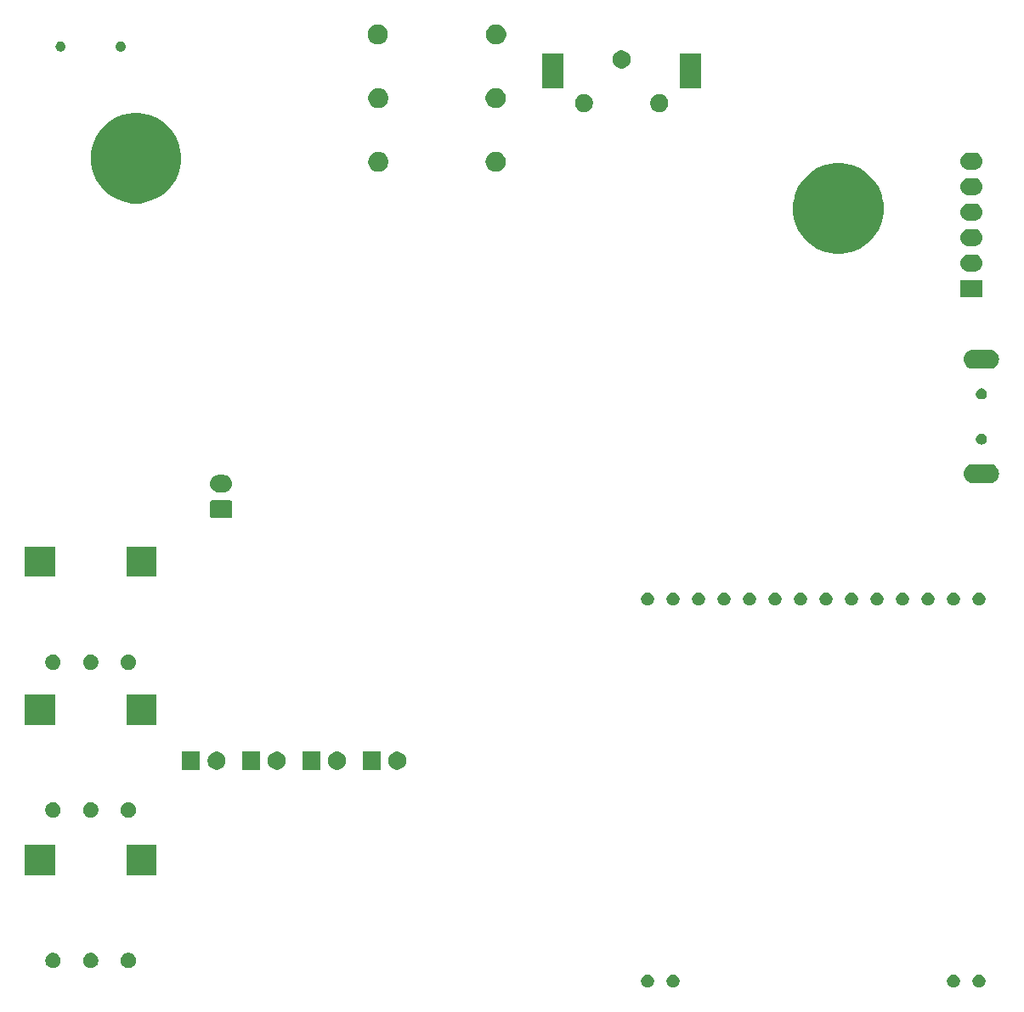
<source format=gbr>
G04 #@! TF.GenerationSoftware,KiCad,Pcbnew,(5.0.2)-1*
G04 #@! TF.CreationDate,2019-02-15T17:13:36+01:00*
G04 #@! TF.ProjectId,Lab1,4c616231-2e6b-4696-9361-645f70636258,rev?*
G04 #@! TF.SameCoordinates,Original*
G04 #@! TF.FileFunction,Soldermask,Bot*
G04 #@! TF.FilePolarity,Negative*
%FSLAX46Y46*%
G04 Gerber Fmt 4.6, Leading zero omitted, Abs format (unit mm)*
G04 Created by KiCad (PCBNEW (5.0.2)-1) date 2019-02-15 17:13:36*
%MOMM*%
%LPD*%
G01*
G04 APERTURE LIST*
%ADD10C,0.100000*%
G04 APERTURE END LIST*
D10*
G36*
X164676681Y-153434594D02*
X164793155Y-153482839D01*
X164897977Y-153552879D01*
X164987121Y-153642023D01*
X165057161Y-153746845D01*
X165105406Y-153863319D01*
X165130000Y-153986964D01*
X165130000Y-154113036D01*
X165105406Y-154236681D01*
X165057161Y-154353155D01*
X164987121Y-154457977D01*
X164897977Y-154547121D01*
X164793155Y-154617161D01*
X164676681Y-154665406D01*
X164553036Y-154690000D01*
X164426964Y-154690000D01*
X164303319Y-154665406D01*
X164186845Y-154617161D01*
X164082023Y-154547121D01*
X163992879Y-154457977D01*
X163922839Y-154353155D01*
X163874594Y-154236681D01*
X163850000Y-154113036D01*
X163850000Y-153986964D01*
X163874594Y-153863319D01*
X163922839Y-153746845D01*
X163992879Y-153642023D01*
X164082023Y-153552879D01*
X164186845Y-153482839D01*
X164303319Y-153434594D01*
X164426964Y-153410000D01*
X164553036Y-153410000D01*
X164676681Y-153434594D01*
X164676681Y-153434594D01*
G37*
G36*
X167216681Y-153434594D02*
X167333155Y-153482839D01*
X167437977Y-153552879D01*
X167527121Y-153642023D01*
X167597161Y-153746845D01*
X167645406Y-153863319D01*
X167670000Y-153986964D01*
X167670000Y-154113036D01*
X167645406Y-154236681D01*
X167597161Y-154353155D01*
X167527121Y-154457977D01*
X167437977Y-154547121D01*
X167333155Y-154617161D01*
X167216681Y-154665406D01*
X167093036Y-154690000D01*
X166966964Y-154690000D01*
X166843319Y-154665406D01*
X166726845Y-154617161D01*
X166622023Y-154547121D01*
X166532879Y-154457977D01*
X166462839Y-154353155D01*
X166414594Y-154236681D01*
X166390000Y-154113036D01*
X166390000Y-153986964D01*
X166414594Y-153863319D01*
X166462839Y-153746845D01*
X166532879Y-153642023D01*
X166622023Y-153552879D01*
X166726845Y-153482839D01*
X166843319Y-153434594D01*
X166966964Y-153410000D01*
X167093036Y-153410000D01*
X167216681Y-153434594D01*
X167216681Y-153434594D01*
G37*
G36*
X197696681Y-153434594D02*
X197813155Y-153482839D01*
X197917977Y-153552879D01*
X198007121Y-153642023D01*
X198077161Y-153746845D01*
X198125406Y-153863319D01*
X198150000Y-153986964D01*
X198150000Y-154113036D01*
X198125406Y-154236681D01*
X198077161Y-154353155D01*
X198007121Y-154457977D01*
X197917977Y-154547121D01*
X197813155Y-154617161D01*
X197696681Y-154665406D01*
X197573036Y-154690000D01*
X197446964Y-154690000D01*
X197323319Y-154665406D01*
X197206845Y-154617161D01*
X197102023Y-154547121D01*
X197012879Y-154457977D01*
X196942839Y-154353155D01*
X196894594Y-154236681D01*
X196870000Y-154113036D01*
X196870000Y-153986964D01*
X196894594Y-153863319D01*
X196942839Y-153746845D01*
X197012879Y-153642023D01*
X197102023Y-153552879D01*
X197206845Y-153482839D01*
X197323319Y-153434594D01*
X197446964Y-153410000D01*
X197573036Y-153410000D01*
X197696681Y-153434594D01*
X197696681Y-153434594D01*
G37*
G36*
X195156681Y-153434594D02*
X195273155Y-153482839D01*
X195377977Y-153552879D01*
X195467121Y-153642023D01*
X195537161Y-153746845D01*
X195585406Y-153863319D01*
X195610000Y-153986964D01*
X195610000Y-154113036D01*
X195585406Y-154236681D01*
X195537161Y-154353155D01*
X195467121Y-154457977D01*
X195377977Y-154547121D01*
X195273155Y-154617161D01*
X195156681Y-154665406D01*
X195033036Y-154690000D01*
X194906964Y-154690000D01*
X194783319Y-154665406D01*
X194666845Y-154617161D01*
X194562023Y-154547121D01*
X194472879Y-154457977D01*
X194402839Y-154353155D01*
X194354594Y-154236681D01*
X194330000Y-154113036D01*
X194330000Y-153986964D01*
X194354594Y-153863319D01*
X194402839Y-153746845D01*
X194472879Y-153642023D01*
X194562023Y-153552879D01*
X194666845Y-153482839D01*
X194783319Y-153434594D01*
X194906964Y-153410000D01*
X195033036Y-153410000D01*
X195156681Y-153434594D01*
X195156681Y-153434594D01*
G37*
G36*
X109173195Y-151257522D02*
X109222267Y-151267283D01*
X109360942Y-151324724D01*
X109485750Y-151408118D01*
X109591882Y-151514250D01*
X109675276Y-151639058D01*
X109732717Y-151777734D01*
X109762000Y-151924948D01*
X109762000Y-152075052D01*
X109732717Y-152222266D01*
X109675276Y-152360942D01*
X109591882Y-152485750D01*
X109485750Y-152591882D01*
X109485747Y-152591884D01*
X109360942Y-152675276D01*
X109222267Y-152732717D01*
X109173195Y-152742478D01*
X109075052Y-152762000D01*
X108924948Y-152762000D01*
X108826805Y-152742478D01*
X108777733Y-152732717D01*
X108639058Y-152675276D01*
X108514253Y-152591884D01*
X108514250Y-152591882D01*
X108408118Y-152485750D01*
X108324724Y-152360942D01*
X108267283Y-152222266D01*
X108238000Y-152075052D01*
X108238000Y-151924948D01*
X108267283Y-151777734D01*
X108324724Y-151639058D01*
X108408118Y-151514250D01*
X108514250Y-151408118D01*
X108639058Y-151324724D01*
X108777733Y-151267283D01*
X108826805Y-151257522D01*
X108924948Y-151238000D01*
X109075052Y-151238000D01*
X109173195Y-151257522D01*
X109173195Y-151257522D01*
G37*
G36*
X112923195Y-151257522D02*
X112972267Y-151267283D01*
X113110942Y-151324724D01*
X113235750Y-151408118D01*
X113341882Y-151514250D01*
X113425276Y-151639058D01*
X113482717Y-151777734D01*
X113512000Y-151924948D01*
X113512000Y-152075052D01*
X113482717Y-152222266D01*
X113425276Y-152360942D01*
X113341882Y-152485750D01*
X113235750Y-152591882D01*
X113235747Y-152591884D01*
X113110942Y-152675276D01*
X112972267Y-152732717D01*
X112923195Y-152742478D01*
X112825052Y-152762000D01*
X112674948Y-152762000D01*
X112576805Y-152742478D01*
X112527733Y-152732717D01*
X112389058Y-152675276D01*
X112264253Y-152591884D01*
X112264250Y-152591882D01*
X112158118Y-152485750D01*
X112074724Y-152360942D01*
X112017283Y-152222266D01*
X111988000Y-152075052D01*
X111988000Y-151924948D01*
X112017283Y-151777734D01*
X112074724Y-151639058D01*
X112158118Y-151514250D01*
X112264250Y-151408118D01*
X112389058Y-151324724D01*
X112527733Y-151267283D01*
X112576805Y-151257522D01*
X112674948Y-151238000D01*
X112825052Y-151238000D01*
X112923195Y-151257522D01*
X112923195Y-151257522D01*
G37*
G36*
X105423195Y-151257522D02*
X105472267Y-151267283D01*
X105610942Y-151324724D01*
X105735750Y-151408118D01*
X105841882Y-151514250D01*
X105925276Y-151639058D01*
X105982717Y-151777734D01*
X106012000Y-151924948D01*
X106012000Y-152075052D01*
X105982717Y-152222266D01*
X105925276Y-152360942D01*
X105841882Y-152485750D01*
X105735750Y-152591882D01*
X105735747Y-152591884D01*
X105610942Y-152675276D01*
X105472267Y-152732717D01*
X105423195Y-152742478D01*
X105325052Y-152762000D01*
X105174948Y-152762000D01*
X105076805Y-152742478D01*
X105027733Y-152732717D01*
X104889058Y-152675276D01*
X104764253Y-152591884D01*
X104764250Y-152591882D01*
X104658118Y-152485750D01*
X104574724Y-152360942D01*
X104517283Y-152222266D01*
X104488000Y-152075052D01*
X104488000Y-151924948D01*
X104517283Y-151777734D01*
X104574724Y-151639058D01*
X104658118Y-151514250D01*
X104764250Y-151408118D01*
X104889058Y-151324724D01*
X105027733Y-151267283D01*
X105076805Y-151257522D01*
X105174948Y-151238000D01*
X105325052Y-151238000D01*
X105423195Y-151257522D01*
X105423195Y-151257522D01*
G37*
G36*
X115550000Y-143500000D02*
X112550000Y-143500000D01*
X112550000Y-140500000D01*
X115550000Y-140500000D01*
X115550000Y-143500000D01*
X115550000Y-143500000D01*
G37*
G36*
X105450000Y-143500000D02*
X102450000Y-143500000D01*
X102450000Y-140500000D01*
X105450000Y-140500000D01*
X105450000Y-143500000D01*
X105450000Y-143500000D01*
G37*
G36*
X112923195Y-136257522D02*
X112972267Y-136267283D01*
X113110942Y-136324724D01*
X113235750Y-136408118D01*
X113341882Y-136514250D01*
X113425276Y-136639058D01*
X113482717Y-136777734D01*
X113512000Y-136924948D01*
X113512000Y-137075052D01*
X113482717Y-137222266D01*
X113425276Y-137360942D01*
X113341882Y-137485750D01*
X113235750Y-137591882D01*
X113235747Y-137591884D01*
X113110942Y-137675276D01*
X112972267Y-137732717D01*
X112923195Y-137742478D01*
X112825052Y-137762000D01*
X112674948Y-137762000D01*
X112576805Y-137742478D01*
X112527733Y-137732717D01*
X112389058Y-137675276D01*
X112264253Y-137591884D01*
X112264250Y-137591882D01*
X112158118Y-137485750D01*
X112074724Y-137360942D01*
X112017283Y-137222266D01*
X111988000Y-137075052D01*
X111988000Y-136924948D01*
X112017283Y-136777734D01*
X112074724Y-136639058D01*
X112158118Y-136514250D01*
X112264250Y-136408118D01*
X112389058Y-136324724D01*
X112527733Y-136267283D01*
X112576805Y-136257522D01*
X112674948Y-136238000D01*
X112825052Y-136238000D01*
X112923195Y-136257522D01*
X112923195Y-136257522D01*
G37*
G36*
X109173195Y-136257522D02*
X109222267Y-136267283D01*
X109360942Y-136324724D01*
X109485750Y-136408118D01*
X109591882Y-136514250D01*
X109675276Y-136639058D01*
X109732717Y-136777734D01*
X109762000Y-136924948D01*
X109762000Y-137075052D01*
X109732717Y-137222266D01*
X109675276Y-137360942D01*
X109591882Y-137485750D01*
X109485750Y-137591882D01*
X109485747Y-137591884D01*
X109360942Y-137675276D01*
X109222267Y-137732717D01*
X109173195Y-137742478D01*
X109075052Y-137762000D01*
X108924948Y-137762000D01*
X108826805Y-137742478D01*
X108777733Y-137732717D01*
X108639058Y-137675276D01*
X108514253Y-137591884D01*
X108514250Y-137591882D01*
X108408118Y-137485750D01*
X108324724Y-137360942D01*
X108267283Y-137222266D01*
X108238000Y-137075052D01*
X108238000Y-136924948D01*
X108267283Y-136777734D01*
X108324724Y-136639058D01*
X108408118Y-136514250D01*
X108514250Y-136408118D01*
X108639058Y-136324724D01*
X108777733Y-136267283D01*
X108826805Y-136257522D01*
X108924948Y-136238000D01*
X109075052Y-136238000D01*
X109173195Y-136257522D01*
X109173195Y-136257522D01*
G37*
G36*
X105423195Y-136257522D02*
X105472267Y-136267283D01*
X105610942Y-136324724D01*
X105735750Y-136408118D01*
X105841882Y-136514250D01*
X105925276Y-136639058D01*
X105982717Y-136777734D01*
X106012000Y-136924948D01*
X106012000Y-137075052D01*
X105982717Y-137222266D01*
X105925276Y-137360942D01*
X105841882Y-137485750D01*
X105735750Y-137591882D01*
X105735747Y-137591884D01*
X105610942Y-137675276D01*
X105472267Y-137732717D01*
X105423195Y-137742478D01*
X105325052Y-137762000D01*
X105174948Y-137762000D01*
X105076805Y-137742478D01*
X105027733Y-137732717D01*
X104889058Y-137675276D01*
X104764253Y-137591884D01*
X104764250Y-137591882D01*
X104658118Y-137485750D01*
X104574724Y-137360942D01*
X104517283Y-137222266D01*
X104488000Y-137075052D01*
X104488000Y-136924948D01*
X104517283Y-136777734D01*
X104574724Y-136639058D01*
X104658118Y-136514250D01*
X104764250Y-136408118D01*
X104889058Y-136324724D01*
X105027733Y-136267283D01*
X105076805Y-136257522D01*
X105174948Y-136238000D01*
X105325052Y-136238000D01*
X105423195Y-136257522D01*
X105423195Y-136257522D01*
G37*
G36*
X127802521Y-131214586D02*
X127966309Y-131282429D01*
X128113720Y-131380926D01*
X128239074Y-131506280D01*
X128337571Y-131653691D01*
X128405414Y-131817479D01*
X128440000Y-131991356D01*
X128440000Y-132168644D01*
X128405414Y-132342521D01*
X128337571Y-132506309D01*
X128239074Y-132653720D01*
X128113720Y-132779074D01*
X127966309Y-132877571D01*
X127802521Y-132945414D01*
X127628644Y-132980000D01*
X127451356Y-132980000D01*
X127277479Y-132945414D01*
X127113691Y-132877571D01*
X126966280Y-132779074D01*
X126840926Y-132653720D01*
X126742429Y-132506309D01*
X126674586Y-132342521D01*
X126640000Y-132168644D01*
X126640000Y-131991356D01*
X126674586Y-131817479D01*
X126742429Y-131653691D01*
X126840926Y-131506280D01*
X126966280Y-131380926D01*
X127113691Y-131282429D01*
X127277479Y-131214586D01*
X127451356Y-131180000D01*
X127628644Y-131180000D01*
X127802521Y-131214586D01*
X127802521Y-131214586D01*
G37*
G36*
X121802521Y-131214586D02*
X121966309Y-131282429D01*
X122113720Y-131380926D01*
X122239074Y-131506280D01*
X122337571Y-131653691D01*
X122405414Y-131817479D01*
X122440000Y-131991356D01*
X122440000Y-132168644D01*
X122405414Y-132342521D01*
X122337571Y-132506309D01*
X122239074Y-132653720D01*
X122113720Y-132779074D01*
X121966309Y-132877571D01*
X121802521Y-132945414D01*
X121628644Y-132980000D01*
X121451356Y-132980000D01*
X121277479Y-132945414D01*
X121113691Y-132877571D01*
X120966280Y-132779074D01*
X120840926Y-132653720D01*
X120742429Y-132506309D01*
X120674586Y-132342521D01*
X120640000Y-132168644D01*
X120640000Y-131991356D01*
X120674586Y-131817479D01*
X120742429Y-131653691D01*
X120840926Y-131506280D01*
X120966280Y-131380926D01*
X121113691Y-131282429D01*
X121277479Y-131214586D01*
X121451356Y-131180000D01*
X121628644Y-131180000D01*
X121802521Y-131214586D01*
X121802521Y-131214586D01*
G37*
G36*
X119900000Y-132980000D02*
X118100000Y-132980000D01*
X118100000Y-131180000D01*
X119900000Y-131180000D01*
X119900000Y-132980000D01*
X119900000Y-132980000D01*
G37*
G36*
X125900000Y-132980000D02*
X124100000Y-132980000D01*
X124100000Y-131180000D01*
X125900000Y-131180000D01*
X125900000Y-132980000D01*
X125900000Y-132980000D01*
G37*
G36*
X133802521Y-131214586D02*
X133966309Y-131282429D01*
X134113720Y-131380926D01*
X134239074Y-131506280D01*
X134337571Y-131653691D01*
X134405414Y-131817479D01*
X134440000Y-131991356D01*
X134440000Y-132168644D01*
X134405414Y-132342521D01*
X134337571Y-132506309D01*
X134239074Y-132653720D01*
X134113720Y-132779074D01*
X133966309Y-132877571D01*
X133802521Y-132945414D01*
X133628644Y-132980000D01*
X133451356Y-132980000D01*
X133277479Y-132945414D01*
X133113691Y-132877571D01*
X132966280Y-132779074D01*
X132840926Y-132653720D01*
X132742429Y-132506309D01*
X132674586Y-132342521D01*
X132640000Y-132168644D01*
X132640000Y-131991356D01*
X132674586Y-131817479D01*
X132742429Y-131653691D01*
X132840926Y-131506280D01*
X132966280Y-131380926D01*
X133113691Y-131282429D01*
X133277479Y-131214586D01*
X133451356Y-131180000D01*
X133628644Y-131180000D01*
X133802521Y-131214586D01*
X133802521Y-131214586D01*
G37*
G36*
X139802521Y-131214586D02*
X139966309Y-131282429D01*
X140113720Y-131380926D01*
X140239074Y-131506280D01*
X140337571Y-131653691D01*
X140405414Y-131817479D01*
X140440000Y-131991356D01*
X140440000Y-132168644D01*
X140405414Y-132342521D01*
X140337571Y-132506309D01*
X140239074Y-132653720D01*
X140113720Y-132779074D01*
X139966309Y-132877571D01*
X139802521Y-132945414D01*
X139628644Y-132980000D01*
X139451356Y-132980000D01*
X139277479Y-132945414D01*
X139113691Y-132877571D01*
X138966280Y-132779074D01*
X138840926Y-132653720D01*
X138742429Y-132506309D01*
X138674586Y-132342521D01*
X138640000Y-132168644D01*
X138640000Y-131991356D01*
X138674586Y-131817479D01*
X138742429Y-131653691D01*
X138840926Y-131506280D01*
X138966280Y-131380926D01*
X139113691Y-131282429D01*
X139277479Y-131214586D01*
X139451356Y-131180000D01*
X139628644Y-131180000D01*
X139802521Y-131214586D01*
X139802521Y-131214586D01*
G37*
G36*
X137900000Y-132980000D02*
X136100000Y-132980000D01*
X136100000Y-131180000D01*
X137900000Y-131180000D01*
X137900000Y-132980000D01*
X137900000Y-132980000D01*
G37*
G36*
X131900000Y-132980000D02*
X130100000Y-132980000D01*
X130100000Y-131180000D01*
X131900000Y-131180000D01*
X131900000Y-132980000D01*
X131900000Y-132980000D01*
G37*
G36*
X105450000Y-128500000D02*
X102450000Y-128500000D01*
X102450000Y-125500000D01*
X105450000Y-125500000D01*
X105450000Y-128500000D01*
X105450000Y-128500000D01*
G37*
G36*
X115550000Y-128500000D02*
X112550000Y-128500000D01*
X112550000Y-125500000D01*
X115550000Y-125500000D01*
X115550000Y-128500000D01*
X115550000Y-128500000D01*
G37*
G36*
X112923195Y-121507522D02*
X112972267Y-121517283D01*
X113110942Y-121574724D01*
X113235750Y-121658118D01*
X113341882Y-121764250D01*
X113425276Y-121889058D01*
X113482717Y-122027734D01*
X113512000Y-122174948D01*
X113512000Y-122325052D01*
X113482717Y-122472266D01*
X113425276Y-122610942D01*
X113341882Y-122735750D01*
X113235750Y-122841882D01*
X113235747Y-122841884D01*
X113110942Y-122925276D01*
X112972267Y-122982717D01*
X112923195Y-122992478D01*
X112825052Y-123012000D01*
X112674948Y-123012000D01*
X112576805Y-122992478D01*
X112527733Y-122982717D01*
X112389058Y-122925276D01*
X112264253Y-122841884D01*
X112264250Y-122841882D01*
X112158118Y-122735750D01*
X112074724Y-122610942D01*
X112017283Y-122472266D01*
X111988000Y-122325052D01*
X111988000Y-122174948D01*
X112017283Y-122027734D01*
X112074724Y-121889058D01*
X112158118Y-121764250D01*
X112264250Y-121658118D01*
X112389058Y-121574724D01*
X112527733Y-121517283D01*
X112576805Y-121507522D01*
X112674948Y-121488000D01*
X112825052Y-121488000D01*
X112923195Y-121507522D01*
X112923195Y-121507522D01*
G37*
G36*
X109173195Y-121507522D02*
X109222267Y-121517283D01*
X109360942Y-121574724D01*
X109485750Y-121658118D01*
X109591882Y-121764250D01*
X109675276Y-121889058D01*
X109732717Y-122027734D01*
X109762000Y-122174948D01*
X109762000Y-122325052D01*
X109732717Y-122472266D01*
X109675276Y-122610942D01*
X109591882Y-122735750D01*
X109485750Y-122841882D01*
X109485747Y-122841884D01*
X109360942Y-122925276D01*
X109222267Y-122982717D01*
X109173195Y-122992478D01*
X109075052Y-123012000D01*
X108924948Y-123012000D01*
X108826805Y-122992478D01*
X108777733Y-122982717D01*
X108639058Y-122925276D01*
X108514253Y-122841884D01*
X108514250Y-122841882D01*
X108408118Y-122735750D01*
X108324724Y-122610942D01*
X108267283Y-122472266D01*
X108238000Y-122325052D01*
X108238000Y-122174948D01*
X108267283Y-122027734D01*
X108324724Y-121889058D01*
X108408118Y-121764250D01*
X108514250Y-121658118D01*
X108639058Y-121574724D01*
X108777733Y-121517283D01*
X108826805Y-121507522D01*
X108924948Y-121488000D01*
X109075052Y-121488000D01*
X109173195Y-121507522D01*
X109173195Y-121507522D01*
G37*
G36*
X105423195Y-121507522D02*
X105472267Y-121517283D01*
X105610942Y-121574724D01*
X105735750Y-121658118D01*
X105841882Y-121764250D01*
X105925276Y-121889058D01*
X105982717Y-122027734D01*
X106012000Y-122174948D01*
X106012000Y-122325052D01*
X105982717Y-122472266D01*
X105925276Y-122610942D01*
X105841882Y-122735750D01*
X105735750Y-122841882D01*
X105735747Y-122841884D01*
X105610942Y-122925276D01*
X105472267Y-122982717D01*
X105423195Y-122992478D01*
X105325052Y-123012000D01*
X105174948Y-123012000D01*
X105076805Y-122992478D01*
X105027733Y-122982717D01*
X104889058Y-122925276D01*
X104764253Y-122841884D01*
X104764250Y-122841882D01*
X104658118Y-122735750D01*
X104574724Y-122610942D01*
X104517283Y-122472266D01*
X104488000Y-122325052D01*
X104488000Y-122174948D01*
X104517283Y-122027734D01*
X104574724Y-121889058D01*
X104658118Y-121764250D01*
X104764250Y-121658118D01*
X104889058Y-121574724D01*
X105027733Y-121517283D01*
X105076805Y-121507522D01*
X105174948Y-121488000D01*
X105325052Y-121488000D01*
X105423195Y-121507522D01*
X105423195Y-121507522D01*
G37*
G36*
X172296681Y-115334594D02*
X172413155Y-115382839D01*
X172517977Y-115452879D01*
X172607121Y-115542023D01*
X172677161Y-115646845D01*
X172725406Y-115763319D01*
X172750000Y-115886964D01*
X172750000Y-116013036D01*
X172725406Y-116136681D01*
X172677161Y-116253155D01*
X172607121Y-116357977D01*
X172517977Y-116447121D01*
X172413155Y-116517161D01*
X172296681Y-116565406D01*
X172173036Y-116590000D01*
X172046964Y-116590000D01*
X171923319Y-116565406D01*
X171806845Y-116517161D01*
X171702023Y-116447121D01*
X171612879Y-116357977D01*
X171542839Y-116253155D01*
X171494594Y-116136681D01*
X171470000Y-116013036D01*
X171470000Y-115886964D01*
X171494594Y-115763319D01*
X171542839Y-115646845D01*
X171612879Y-115542023D01*
X171702023Y-115452879D01*
X171806845Y-115382839D01*
X171923319Y-115334594D01*
X172046964Y-115310000D01*
X172173036Y-115310000D01*
X172296681Y-115334594D01*
X172296681Y-115334594D01*
G37*
G36*
X182456681Y-115334594D02*
X182573155Y-115382839D01*
X182677977Y-115452879D01*
X182767121Y-115542023D01*
X182837161Y-115646845D01*
X182885406Y-115763319D01*
X182910000Y-115886964D01*
X182910000Y-116013036D01*
X182885406Y-116136681D01*
X182837161Y-116253155D01*
X182767121Y-116357977D01*
X182677977Y-116447121D01*
X182573155Y-116517161D01*
X182456681Y-116565406D01*
X182333036Y-116590000D01*
X182206964Y-116590000D01*
X182083319Y-116565406D01*
X181966845Y-116517161D01*
X181862023Y-116447121D01*
X181772879Y-116357977D01*
X181702839Y-116253155D01*
X181654594Y-116136681D01*
X181630000Y-116013036D01*
X181630000Y-115886964D01*
X181654594Y-115763319D01*
X181702839Y-115646845D01*
X181772879Y-115542023D01*
X181862023Y-115452879D01*
X181966845Y-115382839D01*
X182083319Y-115334594D01*
X182206964Y-115310000D01*
X182333036Y-115310000D01*
X182456681Y-115334594D01*
X182456681Y-115334594D01*
G37*
G36*
X164676681Y-115334594D02*
X164793155Y-115382839D01*
X164897977Y-115452879D01*
X164987121Y-115542023D01*
X165057161Y-115646845D01*
X165105406Y-115763319D01*
X165130000Y-115886964D01*
X165130000Y-116013036D01*
X165105406Y-116136681D01*
X165057161Y-116253155D01*
X164987121Y-116357977D01*
X164897977Y-116447121D01*
X164793155Y-116517161D01*
X164676681Y-116565406D01*
X164553036Y-116590000D01*
X164426964Y-116590000D01*
X164303319Y-116565406D01*
X164186845Y-116517161D01*
X164082023Y-116447121D01*
X163992879Y-116357977D01*
X163922839Y-116253155D01*
X163874594Y-116136681D01*
X163850000Y-116013036D01*
X163850000Y-115886964D01*
X163874594Y-115763319D01*
X163922839Y-115646845D01*
X163992879Y-115542023D01*
X164082023Y-115452879D01*
X164186845Y-115382839D01*
X164303319Y-115334594D01*
X164426964Y-115310000D01*
X164553036Y-115310000D01*
X164676681Y-115334594D01*
X164676681Y-115334594D01*
G37*
G36*
X167216681Y-115334594D02*
X167333155Y-115382839D01*
X167437977Y-115452879D01*
X167527121Y-115542023D01*
X167597161Y-115646845D01*
X167645406Y-115763319D01*
X167670000Y-115886964D01*
X167670000Y-116013036D01*
X167645406Y-116136681D01*
X167597161Y-116253155D01*
X167527121Y-116357977D01*
X167437977Y-116447121D01*
X167333155Y-116517161D01*
X167216681Y-116565406D01*
X167093036Y-116590000D01*
X166966964Y-116590000D01*
X166843319Y-116565406D01*
X166726845Y-116517161D01*
X166622023Y-116447121D01*
X166532879Y-116357977D01*
X166462839Y-116253155D01*
X166414594Y-116136681D01*
X166390000Y-116013036D01*
X166390000Y-115886964D01*
X166414594Y-115763319D01*
X166462839Y-115646845D01*
X166532879Y-115542023D01*
X166622023Y-115452879D01*
X166726845Y-115382839D01*
X166843319Y-115334594D01*
X166966964Y-115310000D01*
X167093036Y-115310000D01*
X167216681Y-115334594D01*
X167216681Y-115334594D01*
G37*
G36*
X169756681Y-115334594D02*
X169873155Y-115382839D01*
X169977977Y-115452879D01*
X170067121Y-115542023D01*
X170137161Y-115646845D01*
X170185406Y-115763319D01*
X170210000Y-115886964D01*
X170210000Y-116013036D01*
X170185406Y-116136681D01*
X170137161Y-116253155D01*
X170067121Y-116357977D01*
X169977977Y-116447121D01*
X169873155Y-116517161D01*
X169756681Y-116565406D01*
X169633036Y-116590000D01*
X169506964Y-116590000D01*
X169383319Y-116565406D01*
X169266845Y-116517161D01*
X169162023Y-116447121D01*
X169072879Y-116357977D01*
X169002839Y-116253155D01*
X168954594Y-116136681D01*
X168930000Y-116013036D01*
X168930000Y-115886964D01*
X168954594Y-115763319D01*
X169002839Y-115646845D01*
X169072879Y-115542023D01*
X169162023Y-115452879D01*
X169266845Y-115382839D01*
X169383319Y-115334594D01*
X169506964Y-115310000D01*
X169633036Y-115310000D01*
X169756681Y-115334594D01*
X169756681Y-115334594D01*
G37*
G36*
X174836681Y-115334594D02*
X174953155Y-115382839D01*
X175057977Y-115452879D01*
X175147121Y-115542023D01*
X175217161Y-115646845D01*
X175265406Y-115763319D01*
X175290000Y-115886964D01*
X175290000Y-116013036D01*
X175265406Y-116136681D01*
X175217161Y-116253155D01*
X175147121Y-116357977D01*
X175057977Y-116447121D01*
X174953155Y-116517161D01*
X174836681Y-116565406D01*
X174713036Y-116590000D01*
X174586964Y-116590000D01*
X174463319Y-116565406D01*
X174346845Y-116517161D01*
X174242023Y-116447121D01*
X174152879Y-116357977D01*
X174082839Y-116253155D01*
X174034594Y-116136681D01*
X174010000Y-116013036D01*
X174010000Y-115886964D01*
X174034594Y-115763319D01*
X174082839Y-115646845D01*
X174152879Y-115542023D01*
X174242023Y-115452879D01*
X174346845Y-115382839D01*
X174463319Y-115334594D01*
X174586964Y-115310000D01*
X174713036Y-115310000D01*
X174836681Y-115334594D01*
X174836681Y-115334594D01*
G37*
G36*
X177376681Y-115334594D02*
X177493155Y-115382839D01*
X177597977Y-115452879D01*
X177687121Y-115542023D01*
X177757161Y-115646845D01*
X177805406Y-115763319D01*
X177830000Y-115886964D01*
X177830000Y-116013036D01*
X177805406Y-116136681D01*
X177757161Y-116253155D01*
X177687121Y-116357977D01*
X177597977Y-116447121D01*
X177493155Y-116517161D01*
X177376681Y-116565406D01*
X177253036Y-116590000D01*
X177126964Y-116590000D01*
X177003319Y-116565406D01*
X176886845Y-116517161D01*
X176782023Y-116447121D01*
X176692879Y-116357977D01*
X176622839Y-116253155D01*
X176574594Y-116136681D01*
X176550000Y-116013036D01*
X176550000Y-115886964D01*
X176574594Y-115763319D01*
X176622839Y-115646845D01*
X176692879Y-115542023D01*
X176782023Y-115452879D01*
X176886845Y-115382839D01*
X177003319Y-115334594D01*
X177126964Y-115310000D01*
X177253036Y-115310000D01*
X177376681Y-115334594D01*
X177376681Y-115334594D01*
G37*
G36*
X187536681Y-115334594D02*
X187653155Y-115382839D01*
X187757977Y-115452879D01*
X187847121Y-115542023D01*
X187917161Y-115646845D01*
X187965406Y-115763319D01*
X187990000Y-115886964D01*
X187990000Y-116013036D01*
X187965406Y-116136681D01*
X187917161Y-116253155D01*
X187847121Y-116357977D01*
X187757977Y-116447121D01*
X187653155Y-116517161D01*
X187536681Y-116565406D01*
X187413036Y-116590000D01*
X187286964Y-116590000D01*
X187163319Y-116565406D01*
X187046845Y-116517161D01*
X186942023Y-116447121D01*
X186852879Y-116357977D01*
X186782839Y-116253155D01*
X186734594Y-116136681D01*
X186710000Y-116013036D01*
X186710000Y-115886964D01*
X186734594Y-115763319D01*
X186782839Y-115646845D01*
X186852879Y-115542023D01*
X186942023Y-115452879D01*
X187046845Y-115382839D01*
X187163319Y-115334594D01*
X187286964Y-115310000D01*
X187413036Y-115310000D01*
X187536681Y-115334594D01*
X187536681Y-115334594D01*
G37*
G36*
X179916681Y-115334594D02*
X180033155Y-115382839D01*
X180137977Y-115452879D01*
X180227121Y-115542023D01*
X180297161Y-115646845D01*
X180345406Y-115763319D01*
X180370000Y-115886964D01*
X180370000Y-116013036D01*
X180345406Y-116136681D01*
X180297161Y-116253155D01*
X180227121Y-116357977D01*
X180137977Y-116447121D01*
X180033155Y-116517161D01*
X179916681Y-116565406D01*
X179793036Y-116590000D01*
X179666964Y-116590000D01*
X179543319Y-116565406D01*
X179426845Y-116517161D01*
X179322023Y-116447121D01*
X179232879Y-116357977D01*
X179162839Y-116253155D01*
X179114594Y-116136681D01*
X179090000Y-116013036D01*
X179090000Y-115886964D01*
X179114594Y-115763319D01*
X179162839Y-115646845D01*
X179232879Y-115542023D01*
X179322023Y-115452879D01*
X179426845Y-115382839D01*
X179543319Y-115334594D01*
X179666964Y-115310000D01*
X179793036Y-115310000D01*
X179916681Y-115334594D01*
X179916681Y-115334594D01*
G37*
G36*
X184996681Y-115334594D02*
X185113155Y-115382839D01*
X185217977Y-115452879D01*
X185307121Y-115542023D01*
X185377161Y-115646845D01*
X185425406Y-115763319D01*
X185450000Y-115886964D01*
X185450000Y-116013036D01*
X185425406Y-116136681D01*
X185377161Y-116253155D01*
X185307121Y-116357977D01*
X185217977Y-116447121D01*
X185113155Y-116517161D01*
X184996681Y-116565406D01*
X184873036Y-116590000D01*
X184746964Y-116590000D01*
X184623319Y-116565406D01*
X184506845Y-116517161D01*
X184402023Y-116447121D01*
X184312879Y-116357977D01*
X184242839Y-116253155D01*
X184194594Y-116136681D01*
X184170000Y-116013036D01*
X184170000Y-115886964D01*
X184194594Y-115763319D01*
X184242839Y-115646845D01*
X184312879Y-115542023D01*
X184402023Y-115452879D01*
X184506845Y-115382839D01*
X184623319Y-115334594D01*
X184746964Y-115310000D01*
X184873036Y-115310000D01*
X184996681Y-115334594D01*
X184996681Y-115334594D01*
G37*
G36*
X197696681Y-115334594D02*
X197813155Y-115382839D01*
X197917977Y-115452879D01*
X198007121Y-115542023D01*
X198077161Y-115646845D01*
X198125406Y-115763319D01*
X198150000Y-115886964D01*
X198150000Y-116013036D01*
X198125406Y-116136681D01*
X198077161Y-116253155D01*
X198007121Y-116357977D01*
X197917977Y-116447121D01*
X197813155Y-116517161D01*
X197696681Y-116565406D01*
X197573036Y-116590000D01*
X197446964Y-116590000D01*
X197323319Y-116565406D01*
X197206845Y-116517161D01*
X197102023Y-116447121D01*
X197012879Y-116357977D01*
X196942839Y-116253155D01*
X196894594Y-116136681D01*
X196870000Y-116013036D01*
X196870000Y-115886964D01*
X196894594Y-115763319D01*
X196942839Y-115646845D01*
X197012879Y-115542023D01*
X197102023Y-115452879D01*
X197206845Y-115382839D01*
X197323319Y-115334594D01*
X197446964Y-115310000D01*
X197573036Y-115310000D01*
X197696681Y-115334594D01*
X197696681Y-115334594D01*
G37*
G36*
X195156681Y-115334594D02*
X195273155Y-115382839D01*
X195377977Y-115452879D01*
X195467121Y-115542023D01*
X195537161Y-115646845D01*
X195585406Y-115763319D01*
X195610000Y-115886964D01*
X195610000Y-116013036D01*
X195585406Y-116136681D01*
X195537161Y-116253155D01*
X195467121Y-116357977D01*
X195377977Y-116447121D01*
X195273155Y-116517161D01*
X195156681Y-116565406D01*
X195033036Y-116590000D01*
X194906964Y-116590000D01*
X194783319Y-116565406D01*
X194666845Y-116517161D01*
X194562023Y-116447121D01*
X194472879Y-116357977D01*
X194402839Y-116253155D01*
X194354594Y-116136681D01*
X194330000Y-116013036D01*
X194330000Y-115886964D01*
X194354594Y-115763319D01*
X194402839Y-115646845D01*
X194472879Y-115542023D01*
X194562023Y-115452879D01*
X194666845Y-115382839D01*
X194783319Y-115334594D01*
X194906964Y-115310000D01*
X195033036Y-115310000D01*
X195156681Y-115334594D01*
X195156681Y-115334594D01*
G37*
G36*
X192616681Y-115334594D02*
X192733155Y-115382839D01*
X192837977Y-115452879D01*
X192927121Y-115542023D01*
X192997161Y-115646845D01*
X193045406Y-115763319D01*
X193070000Y-115886964D01*
X193070000Y-116013036D01*
X193045406Y-116136681D01*
X192997161Y-116253155D01*
X192927121Y-116357977D01*
X192837977Y-116447121D01*
X192733155Y-116517161D01*
X192616681Y-116565406D01*
X192493036Y-116590000D01*
X192366964Y-116590000D01*
X192243319Y-116565406D01*
X192126845Y-116517161D01*
X192022023Y-116447121D01*
X191932879Y-116357977D01*
X191862839Y-116253155D01*
X191814594Y-116136681D01*
X191790000Y-116013036D01*
X191790000Y-115886964D01*
X191814594Y-115763319D01*
X191862839Y-115646845D01*
X191932879Y-115542023D01*
X192022023Y-115452879D01*
X192126845Y-115382839D01*
X192243319Y-115334594D01*
X192366964Y-115310000D01*
X192493036Y-115310000D01*
X192616681Y-115334594D01*
X192616681Y-115334594D01*
G37*
G36*
X190076681Y-115334594D02*
X190193155Y-115382839D01*
X190297977Y-115452879D01*
X190387121Y-115542023D01*
X190457161Y-115646845D01*
X190505406Y-115763319D01*
X190530000Y-115886964D01*
X190530000Y-116013036D01*
X190505406Y-116136681D01*
X190457161Y-116253155D01*
X190387121Y-116357977D01*
X190297977Y-116447121D01*
X190193155Y-116517161D01*
X190076681Y-116565406D01*
X189953036Y-116590000D01*
X189826964Y-116590000D01*
X189703319Y-116565406D01*
X189586845Y-116517161D01*
X189482023Y-116447121D01*
X189392879Y-116357977D01*
X189322839Y-116253155D01*
X189274594Y-116136681D01*
X189250000Y-116013036D01*
X189250000Y-115886964D01*
X189274594Y-115763319D01*
X189322839Y-115646845D01*
X189392879Y-115542023D01*
X189482023Y-115452879D01*
X189586845Y-115382839D01*
X189703319Y-115334594D01*
X189826964Y-115310000D01*
X189953036Y-115310000D01*
X190076681Y-115334594D01*
X190076681Y-115334594D01*
G37*
G36*
X115550000Y-113750000D02*
X112550000Y-113750000D01*
X112550000Y-110750000D01*
X115550000Y-110750000D01*
X115550000Y-113750000D01*
X115550000Y-113750000D01*
G37*
G36*
X105450000Y-113750000D02*
X102450000Y-113750000D01*
X102450000Y-110750000D01*
X105450000Y-110750000D01*
X105450000Y-113750000D01*
X105450000Y-113750000D01*
G37*
G36*
X122970355Y-106133685D02*
X123000431Y-106142808D01*
X123028145Y-106157622D01*
X123052440Y-106177560D01*
X123072378Y-106201855D01*
X123087192Y-106229569D01*
X123096315Y-106259645D01*
X123100000Y-106297059D01*
X123100000Y-107702941D01*
X123096315Y-107740355D01*
X123087192Y-107770431D01*
X123072378Y-107798145D01*
X123052440Y-107822440D01*
X123028145Y-107842378D01*
X123000431Y-107857192D01*
X122970355Y-107866315D01*
X122932941Y-107870000D01*
X121067059Y-107870000D01*
X121029645Y-107866315D01*
X120999569Y-107857192D01*
X120971855Y-107842378D01*
X120947560Y-107822440D01*
X120927622Y-107798145D01*
X120912808Y-107770431D01*
X120903685Y-107740355D01*
X120900000Y-107702941D01*
X120900000Y-106297059D01*
X120903685Y-106259645D01*
X120912808Y-106229569D01*
X120927622Y-106201855D01*
X120947560Y-106177560D01*
X120971855Y-106157622D01*
X120999569Y-106142808D01*
X121029645Y-106133685D01*
X121067059Y-106130000D01*
X122932941Y-106130000D01*
X122970355Y-106133685D01*
X122970355Y-106133685D01*
G37*
G36*
X122400546Y-103602588D02*
X122400549Y-103602589D01*
X122400550Y-103602589D01*
X122564545Y-103652336D01*
X122564547Y-103652337D01*
X122715686Y-103733122D01*
X122848159Y-103841841D01*
X122956878Y-103974314D01*
X123037663Y-104125453D01*
X123087412Y-104289454D01*
X123104209Y-104460000D01*
X123087412Y-104630546D01*
X123037663Y-104794547D01*
X122956878Y-104945686D01*
X122848159Y-105078159D01*
X122715686Y-105186878D01*
X122564547Y-105267663D01*
X122564545Y-105267664D01*
X122400550Y-105317411D01*
X122400549Y-105317411D01*
X122400546Y-105317412D01*
X122272738Y-105330000D01*
X121727262Y-105330000D01*
X121599454Y-105317412D01*
X121599451Y-105317411D01*
X121599450Y-105317411D01*
X121435455Y-105267664D01*
X121435453Y-105267663D01*
X121284314Y-105186878D01*
X121151841Y-105078159D01*
X121043122Y-104945686D01*
X120962337Y-104794547D01*
X120912588Y-104630546D01*
X120895791Y-104460000D01*
X120912588Y-104289454D01*
X120962337Y-104125453D01*
X121043122Y-103974314D01*
X121151841Y-103841841D01*
X121284314Y-103733122D01*
X121435453Y-103652337D01*
X121435455Y-103652336D01*
X121599450Y-103602589D01*
X121599451Y-103602589D01*
X121599454Y-103602588D01*
X121727262Y-103590000D01*
X122272738Y-103590000D01*
X122400546Y-103602588D01*
X122400546Y-103602588D01*
G37*
G36*
X198666448Y-102506873D02*
X198736232Y-102513746D01*
X198825770Y-102540907D01*
X198915309Y-102568068D01*
X199080347Y-102656283D01*
X199225001Y-102774999D01*
X199343717Y-102919653D01*
X199431932Y-103084691D01*
X199431932Y-103084692D01*
X199486254Y-103263768D01*
X199504596Y-103450000D01*
X199486254Y-103636232D01*
X199459093Y-103725770D01*
X199431932Y-103815309D01*
X199343717Y-103980347D01*
X199225001Y-104125001D01*
X199080347Y-104243717D01*
X198915309Y-104331932D01*
X198825770Y-104359093D01*
X198736232Y-104386254D01*
X198596666Y-104400000D01*
X196903334Y-104400000D01*
X196763768Y-104386254D01*
X196674230Y-104359093D01*
X196584691Y-104331932D01*
X196419653Y-104243717D01*
X196274999Y-104125001D01*
X196156283Y-103980347D01*
X196068068Y-103815309D01*
X196040907Y-103725770D01*
X196013746Y-103636232D01*
X195995404Y-103450000D01*
X196013746Y-103263768D01*
X196068068Y-103084692D01*
X196068068Y-103084691D01*
X196156283Y-102919653D01*
X196274999Y-102774999D01*
X196419653Y-102656283D01*
X196584691Y-102568068D01*
X196674230Y-102540907D01*
X196763768Y-102513746D01*
X196833552Y-102506873D01*
X196903334Y-102500000D01*
X198596666Y-102500000D01*
X198666448Y-102506873D01*
X198666448Y-102506873D01*
G37*
G36*
X197839590Y-99457045D02*
X197910429Y-99471136D01*
X198010523Y-99512597D01*
X198100607Y-99572789D01*
X198177211Y-99649393D01*
X198177213Y-99649396D01*
X198237403Y-99739477D01*
X198278864Y-99839571D01*
X198300000Y-99945830D01*
X198300000Y-100054170D01*
X198278864Y-100160429D01*
X198237403Y-100260523D01*
X198177211Y-100350607D01*
X198100607Y-100427211D01*
X198100604Y-100427213D01*
X198010523Y-100487403D01*
X197910429Y-100528864D01*
X197839590Y-100542955D01*
X197804171Y-100550000D01*
X197695829Y-100550000D01*
X197660410Y-100542955D01*
X197589571Y-100528864D01*
X197489477Y-100487403D01*
X197399396Y-100427213D01*
X197399393Y-100427211D01*
X197322789Y-100350607D01*
X197262597Y-100260523D01*
X197221136Y-100160429D01*
X197200000Y-100054170D01*
X197200000Y-99945830D01*
X197221136Y-99839571D01*
X197262597Y-99739477D01*
X197322787Y-99649396D01*
X197322789Y-99649393D01*
X197399393Y-99572789D01*
X197489477Y-99512597D01*
X197589571Y-99471136D01*
X197660410Y-99457045D01*
X197695829Y-99450000D01*
X197804171Y-99450000D01*
X197839590Y-99457045D01*
X197839590Y-99457045D01*
G37*
G36*
X197839590Y-94957045D02*
X197910429Y-94971136D01*
X198010523Y-95012597D01*
X198100607Y-95072789D01*
X198177211Y-95149393D01*
X198177213Y-95149396D01*
X198237403Y-95239477D01*
X198278864Y-95339571D01*
X198300000Y-95445830D01*
X198300000Y-95554170D01*
X198278864Y-95660429D01*
X198237403Y-95760523D01*
X198177211Y-95850607D01*
X198100607Y-95927211D01*
X198100604Y-95927213D01*
X198010523Y-95987403D01*
X197910429Y-96028864D01*
X197839590Y-96042955D01*
X197804171Y-96050000D01*
X197695829Y-96050000D01*
X197660410Y-96042955D01*
X197589571Y-96028864D01*
X197489477Y-95987403D01*
X197399396Y-95927213D01*
X197399393Y-95927211D01*
X197322789Y-95850607D01*
X197262597Y-95760523D01*
X197221136Y-95660429D01*
X197200000Y-95554170D01*
X197200000Y-95445830D01*
X197221136Y-95339571D01*
X197262597Y-95239477D01*
X197322787Y-95149396D01*
X197322789Y-95149393D01*
X197399393Y-95072789D01*
X197489477Y-95012597D01*
X197589571Y-94971136D01*
X197660410Y-94957045D01*
X197695829Y-94950000D01*
X197804171Y-94950000D01*
X197839590Y-94957045D01*
X197839590Y-94957045D01*
G37*
G36*
X198736232Y-91113746D02*
X198825770Y-91140907D01*
X198915309Y-91168068D01*
X199080347Y-91256283D01*
X199225001Y-91374999D01*
X199343717Y-91519653D01*
X199431932Y-91684691D01*
X199486254Y-91863769D01*
X199504596Y-92050000D01*
X199486254Y-92236231D01*
X199431932Y-92415309D01*
X199343717Y-92580347D01*
X199225001Y-92725001D01*
X199080347Y-92843717D01*
X198915309Y-92931932D01*
X198825770Y-92959093D01*
X198736232Y-92986254D01*
X198596666Y-93000000D01*
X196903334Y-93000000D01*
X196763768Y-92986254D01*
X196674230Y-92959093D01*
X196584691Y-92931932D01*
X196419653Y-92843717D01*
X196274999Y-92725001D01*
X196156283Y-92580347D01*
X196068068Y-92415309D01*
X196013746Y-92236231D01*
X195995404Y-92050000D01*
X196013746Y-91863769D01*
X196068068Y-91684691D01*
X196156283Y-91519653D01*
X196274999Y-91374999D01*
X196419653Y-91256283D01*
X196584691Y-91168068D01*
X196674230Y-91140907D01*
X196763768Y-91113746D01*
X196903334Y-91100000D01*
X198596666Y-91100000D01*
X198736232Y-91113746D01*
X198736232Y-91113746D01*
G37*
G36*
X197720355Y-84133685D02*
X197750431Y-84142808D01*
X197778145Y-84157622D01*
X197802440Y-84177560D01*
X197822378Y-84201855D01*
X197837192Y-84229569D01*
X197846315Y-84259645D01*
X197850000Y-84297059D01*
X197850000Y-85702941D01*
X197846315Y-85740355D01*
X197837192Y-85770431D01*
X197822378Y-85798145D01*
X197802440Y-85822440D01*
X197778145Y-85842378D01*
X197750431Y-85857192D01*
X197720355Y-85866315D01*
X197682941Y-85870000D01*
X195817059Y-85870000D01*
X195779645Y-85866315D01*
X195749569Y-85857192D01*
X195721855Y-85842378D01*
X195697560Y-85822440D01*
X195677622Y-85798145D01*
X195662808Y-85770431D01*
X195653685Y-85740355D01*
X195650000Y-85702941D01*
X195650000Y-84297059D01*
X195653685Y-84259645D01*
X195662808Y-84229569D01*
X195677622Y-84201855D01*
X195697560Y-84177560D01*
X195721855Y-84157622D01*
X195749569Y-84142808D01*
X195779645Y-84133685D01*
X195817059Y-84130000D01*
X197682941Y-84130000D01*
X197720355Y-84133685D01*
X197720355Y-84133685D01*
G37*
G36*
X197150546Y-81602588D02*
X197150549Y-81602589D01*
X197150550Y-81602589D01*
X197314545Y-81652336D01*
X197314547Y-81652337D01*
X197465686Y-81733122D01*
X197598159Y-81841841D01*
X197706878Y-81974314D01*
X197787663Y-82125453D01*
X197837412Y-82289454D01*
X197854209Y-82460000D01*
X197837412Y-82630546D01*
X197787663Y-82794547D01*
X197706878Y-82945686D01*
X197598159Y-83078159D01*
X197465686Y-83186878D01*
X197314547Y-83267663D01*
X197314545Y-83267664D01*
X197150550Y-83317411D01*
X197150549Y-83317411D01*
X197150546Y-83317412D01*
X197022738Y-83330000D01*
X196477262Y-83330000D01*
X196349454Y-83317412D01*
X196349451Y-83317411D01*
X196349450Y-83317411D01*
X196185455Y-83267664D01*
X196185453Y-83267663D01*
X196034314Y-83186878D01*
X195901841Y-83078159D01*
X195793122Y-82945686D01*
X195712337Y-82794547D01*
X195662588Y-82630546D01*
X195645791Y-82460000D01*
X195662588Y-82289454D01*
X195712337Y-82125453D01*
X195793122Y-81974314D01*
X195901841Y-81841841D01*
X196034314Y-81733122D01*
X196185453Y-81652337D01*
X196185455Y-81652336D01*
X196349450Y-81602589D01*
X196349451Y-81602589D01*
X196349454Y-81602588D01*
X196477262Y-81590000D01*
X197022738Y-81590000D01*
X197150546Y-81602588D01*
X197150546Y-81602588D01*
G37*
G36*
X184159819Y-72543086D02*
X184812602Y-72672932D01*
X185631550Y-73012151D01*
X186368583Y-73504621D01*
X186995379Y-74131417D01*
X187487849Y-74868450D01*
X187827068Y-75687398D01*
X187886831Y-75987849D01*
X187993198Y-76522589D01*
X188000000Y-76556789D01*
X188000000Y-77443211D01*
X187827068Y-78312602D01*
X187487849Y-79131550D01*
X186995379Y-79868583D01*
X186368583Y-80495379D01*
X185631550Y-80987849D01*
X184812602Y-81327068D01*
X184159819Y-81456914D01*
X183943213Y-81500000D01*
X183056787Y-81500000D01*
X182840181Y-81456914D01*
X182187398Y-81327068D01*
X181368450Y-80987849D01*
X180631417Y-80495379D01*
X180004621Y-79868583D01*
X179512151Y-79131550D01*
X179172932Y-78312602D01*
X179000000Y-77443211D01*
X179000000Y-76556789D01*
X179006803Y-76522589D01*
X179113169Y-75987849D01*
X179172932Y-75687398D01*
X179512151Y-74868450D01*
X180004621Y-74131417D01*
X180631417Y-73504621D01*
X181368450Y-73012151D01*
X182187398Y-72672932D01*
X182840181Y-72543086D01*
X183056787Y-72500000D01*
X183943213Y-72500000D01*
X184159819Y-72543086D01*
X184159819Y-72543086D01*
G37*
G36*
X197150546Y-79062588D02*
X197150549Y-79062589D01*
X197150550Y-79062589D01*
X197314545Y-79112336D01*
X197314547Y-79112337D01*
X197465686Y-79193122D01*
X197598159Y-79301841D01*
X197706878Y-79434314D01*
X197787663Y-79585453D01*
X197837412Y-79749454D01*
X197854209Y-79920000D01*
X197837412Y-80090546D01*
X197787663Y-80254547D01*
X197706878Y-80405686D01*
X197598159Y-80538159D01*
X197465686Y-80646878D01*
X197314547Y-80727663D01*
X197314545Y-80727664D01*
X197150550Y-80777411D01*
X197150549Y-80777411D01*
X197150546Y-80777412D01*
X197022738Y-80790000D01*
X196477262Y-80790000D01*
X196349454Y-80777412D01*
X196349451Y-80777411D01*
X196349450Y-80777411D01*
X196185455Y-80727664D01*
X196185453Y-80727663D01*
X196034314Y-80646878D01*
X195901841Y-80538159D01*
X195793122Y-80405686D01*
X195712337Y-80254547D01*
X195662588Y-80090546D01*
X195645791Y-79920000D01*
X195662588Y-79749454D01*
X195712337Y-79585453D01*
X195793122Y-79434314D01*
X195901841Y-79301841D01*
X196034314Y-79193122D01*
X196185453Y-79112337D01*
X196185455Y-79112336D01*
X196349450Y-79062589D01*
X196349451Y-79062589D01*
X196349454Y-79062588D01*
X196477262Y-79050000D01*
X197022738Y-79050000D01*
X197150546Y-79062588D01*
X197150546Y-79062588D01*
G37*
G36*
X197150546Y-76522588D02*
X197150549Y-76522589D01*
X197150550Y-76522589D01*
X197314545Y-76572336D01*
X197314547Y-76572337D01*
X197465686Y-76653122D01*
X197598159Y-76761841D01*
X197706878Y-76894314D01*
X197787663Y-77045453D01*
X197837412Y-77209454D01*
X197854209Y-77380000D01*
X197837412Y-77550546D01*
X197787663Y-77714547D01*
X197706878Y-77865686D01*
X197598159Y-77998159D01*
X197465686Y-78106878D01*
X197314547Y-78187663D01*
X197314545Y-78187664D01*
X197150550Y-78237411D01*
X197150549Y-78237411D01*
X197150546Y-78237412D01*
X197022738Y-78250000D01*
X196477262Y-78250000D01*
X196349454Y-78237412D01*
X196349451Y-78237411D01*
X196349450Y-78237411D01*
X196185455Y-78187664D01*
X196185453Y-78187663D01*
X196034314Y-78106878D01*
X195901841Y-77998159D01*
X195793122Y-77865686D01*
X195712337Y-77714547D01*
X195662588Y-77550546D01*
X195645791Y-77380000D01*
X195662588Y-77209454D01*
X195712337Y-77045453D01*
X195793122Y-76894314D01*
X195901841Y-76761841D01*
X196034314Y-76653122D01*
X196185453Y-76572337D01*
X196185455Y-76572336D01*
X196349450Y-76522589D01*
X196349451Y-76522589D01*
X196349454Y-76522588D01*
X196477262Y-76510000D01*
X197022738Y-76510000D01*
X197150546Y-76522588D01*
X197150546Y-76522588D01*
G37*
G36*
X114159819Y-67543086D02*
X114812602Y-67672932D01*
X115631550Y-68012151D01*
X116368583Y-68504621D01*
X116995379Y-69131417D01*
X117487849Y-69868450D01*
X117827068Y-70687398D01*
X117956914Y-71340181D01*
X118000000Y-71556787D01*
X118000000Y-72443213D01*
X117994563Y-72470546D01*
X117827068Y-73312602D01*
X117487849Y-74131550D01*
X116995379Y-74868583D01*
X116368583Y-75495379D01*
X115631550Y-75987849D01*
X114812602Y-76327068D01*
X114159819Y-76456914D01*
X113943213Y-76500000D01*
X113056787Y-76500000D01*
X112840181Y-76456914D01*
X112187398Y-76327068D01*
X111368450Y-75987849D01*
X110631417Y-75495379D01*
X110004621Y-74868583D01*
X109512151Y-74131550D01*
X109172932Y-73312602D01*
X109005437Y-72470546D01*
X109000000Y-72443213D01*
X109000000Y-71556787D01*
X109043086Y-71340181D01*
X109172932Y-70687398D01*
X109512151Y-69868450D01*
X110004621Y-69131417D01*
X110631417Y-68504621D01*
X111368450Y-68012151D01*
X112187398Y-67672932D01*
X112840181Y-67543086D01*
X113056787Y-67500000D01*
X113943213Y-67500000D01*
X114159819Y-67543086D01*
X114159819Y-67543086D01*
G37*
G36*
X197150546Y-73982588D02*
X197150549Y-73982589D01*
X197150550Y-73982589D01*
X197314545Y-74032336D01*
X197314547Y-74032337D01*
X197465686Y-74113122D01*
X197598159Y-74221841D01*
X197706878Y-74354314D01*
X197787663Y-74505453D01*
X197837412Y-74669454D01*
X197854209Y-74840000D01*
X197837412Y-75010546D01*
X197787663Y-75174547D01*
X197706878Y-75325686D01*
X197598159Y-75458159D01*
X197465686Y-75566878D01*
X197314547Y-75647663D01*
X197314545Y-75647664D01*
X197150550Y-75697411D01*
X197150549Y-75697411D01*
X197150546Y-75697412D01*
X197022738Y-75710000D01*
X196477262Y-75710000D01*
X196349454Y-75697412D01*
X196349451Y-75697411D01*
X196349450Y-75697411D01*
X196185455Y-75647664D01*
X196185453Y-75647663D01*
X196034314Y-75566878D01*
X195901841Y-75458159D01*
X195793122Y-75325686D01*
X195712337Y-75174547D01*
X195662588Y-75010546D01*
X195645791Y-74840000D01*
X195662588Y-74669454D01*
X195712337Y-74505453D01*
X195793122Y-74354314D01*
X195901841Y-74221841D01*
X196034314Y-74113122D01*
X196185453Y-74032337D01*
X196185455Y-74032336D01*
X196349450Y-73982589D01*
X196349451Y-73982589D01*
X196349454Y-73982588D01*
X196477262Y-73970000D01*
X197022738Y-73970000D01*
X197150546Y-73982588D01*
X197150546Y-73982588D01*
G37*
G36*
X149525770Y-71365372D02*
X149641689Y-71388429D01*
X149823678Y-71463811D01*
X149987463Y-71573249D01*
X150126751Y-71712537D01*
X150236189Y-71876322D01*
X150311571Y-72058311D01*
X150325721Y-72129450D01*
X150350000Y-72251507D01*
X150350000Y-72448493D01*
X150339754Y-72500000D01*
X150311571Y-72641689D01*
X150236189Y-72823678D01*
X150126751Y-72987463D01*
X149987463Y-73126751D01*
X149823678Y-73236189D01*
X149641689Y-73311571D01*
X149525770Y-73334628D01*
X149448493Y-73350000D01*
X149251507Y-73350000D01*
X149174230Y-73334628D01*
X149058311Y-73311571D01*
X148876322Y-73236189D01*
X148712537Y-73126751D01*
X148573249Y-72987463D01*
X148463811Y-72823678D01*
X148388429Y-72641689D01*
X148360246Y-72500000D01*
X148350000Y-72448493D01*
X148350000Y-72251507D01*
X148374279Y-72129450D01*
X148388429Y-72058311D01*
X148463811Y-71876322D01*
X148573249Y-71712537D01*
X148712537Y-71573249D01*
X148876322Y-71463811D01*
X149058311Y-71388429D01*
X149174230Y-71365372D01*
X149251507Y-71350000D01*
X149448493Y-71350000D01*
X149525770Y-71365372D01*
X149525770Y-71365372D01*
G37*
G36*
X137825770Y-71365372D02*
X137941689Y-71388429D01*
X138123678Y-71463811D01*
X138287463Y-71573249D01*
X138426751Y-71712537D01*
X138536189Y-71876322D01*
X138611571Y-72058311D01*
X138625721Y-72129450D01*
X138650000Y-72251507D01*
X138650000Y-72448493D01*
X138639754Y-72500000D01*
X138611571Y-72641689D01*
X138536189Y-72823678D01*
X138426751Y-72987463D01*
X138287463Y-73126751D01*
X138123678Y-73236189D01*
X137941689Y-73311571D01*
X137825770Y-73334628D01*
X137748493Y-73350000D01*
X137551507Y-73350000D01*
X137474230Y-73334628D01*
X137358311Y-73311571D01*
X137176322Y-73236189D01*
X137012537Y-73126751D01*
X136873249Y-72987463D01*
X136763811Y-72823678D01*
X136688429Y-72641689D01*
X136660246Y-72500000D01*
X136650000Y-72448493D01*
X136650000Y-72251507D01*
X136674279Y-72129450D01*
X136688429Y-72058311D01*
X136763811Y-71876322D01*
X136873249Y-71712537D01*
X137012537Y-71573249D01*
X137176322Y-71463811D01*
X137358311Y-71388429D01*
X137474230Y-71365372D01*
X137551507Y-71350000D01*
X137748493Y-71350000D01*
X137825770Y-71365372D01*
X137825770Y-71365372D01*
G37*
G36*
X197150546Y-71442588D02*
X197150549Y-71442589D01*
X197150550Y-71442589D01*
X197314545Y-71492336D01*
X197314547Y-71492337D01*
X197465686Y-71573122D01*
X197598159Y-71681841D01*
X197706878Y-71814314D01*
X197787663Y-71965453D01*
X197837412Y-72129454D01*
X197854209Y-72300000D01*
X197837412Y-72470546D01*
X197837411Y-72470549D01*
X197837411Y-72470550D01*
X197828478Y-72500000D01*
X197787663Y-72634547D01*
X197706878Y-72785686D01*
X197598159Y-72918159D01*
X197465686Y-73026878D01*
X197314547Y-73107663D01*
X197314545Y-73107664D01*
X197150550Y-73157411D01*
X197150549Y-73157411D01*
X197150546Y-73157412D01*
X197022738Y-73170000D01*
X196477262Y-73170000D01*
X196349454Y-73157412D01*
X196349451Y-73157411D01*
X196349450Y-73157411D01*
X196185455Y-73107664D01*
X196185453Y-73107663D01*
X196034314Y-73026878D01*
X195901841Y-72918159D01*
X195793122Y-72785686D01*
X195712337Y-72634547D01*
X195671523Y-72500000D01*
X195662589Y-72470550D01*
X195662589Y-72470549D01*
X195662588Y-72470546D01*
X195645791Y-72300000D01*
X195662588Y-72129454D01*
X195712337Y-71965453D01*
X195793122Y-71814314D01*
X195901841Y-71681841D01*
X196034314Y-71573122D01*
X196185453Y-71492337D01*
X196185455Y-71492336D01*
X196349450Y-71442589D01*
X196349451Y-71442589D01*
X196349454Y-71442588D01*
X196477262Y-71430000D01*
X197022738Y-71430000D01*
X197150546Y-71442588D01*
X197150546Y-71442588D01*
G37*
G36*
X158412521Y-65634586D02*
X158576309Y-65702429D01*
X158723720Y-65800926D01*
X158849074Y-65926280D01*
X158947571Y-66073691D01*
X159015414Y-66237479D01*
X159050000Y-66411356D01*
X159050000Y-66588644D01*
X159015414Y-66762521D01*
X158947571Y-66926309D01*
X158849074Y-67073720D01*
X158723720Y-67199074D01*
X158576309Y-67297571D01*
X158412521Y-67365414D01*
X158238644Y-67400000D01*
X158061356Y-67400000D01*
X157887479Y-67365414D01*
X157723691Y-67297571D01*
X157576280Y-67199074D01*
X157450926Y-67073720D01*
X157352429Y-66926309D01*
X157284586Y-66762521D01*
X157250000Y-66588644D01*
X157250000Y-66411356D01*
X157284586Y-66237479D01*
X157352429Y-66073691D01*
X157450926Y-65926280D01*
X157576280Y-65800926D01*
X157723691Y-65702429D01*
X157887479Y-65634586D01*
X158061356Y-65600000D01*
X158238644Y-65600000D01*
X158412521Y-65634586D01*
X158412521Y-65634586D01*
G37*
G36*
X165912521Y-65634586D02*
X166076309Y-65702429D01*
X166223720Y-65800926D01*
X166349074Y-65926280D01*
X166447571Y-66073691D01*
X166515414Y-66237479D01*
X166550000Y-66411356D01*
X166550000Y-66588644D01*
X166515414Y-66762521D01*
X166447571Y-66926309D01*
X166349074Y-67073720D01*
X166223720Y-67199074D01*
X166076309Y-67297571D01*
X165912521Y-67365414D01*
X165738644Y-67400000D01*
X165561356Y-67400000D01*
X165387479Y-67365414D01*
X165223691Y-67297571D01*
X165076280Y-67199074D01*
X164950926Y-67073720D01*
X164852429Y-66926309D01*
X164784586Y-66762521D01*
X164750000Y-66588644D01*
X164750000Y-66411356D01*
X164784586Y-66237479D01*
X164852429Y-66073691D01*
X164950926Y-65926280D01*
X165076280Y-65800926D01*
X165223691Y-65702429D01*
X165387479Y-65634586D01*
X165561356Y-65600000D01*
X165738644Y-65600000D01*
X165912521Y-65634586D01*
X165912521Y-65634586D01*
G37*
G36*
X149525770Y-65015372D02*
X149641689Y-65038429D01*
X149823678Y-65113811D01*
X149987463Y-65223249D01*
X150126751Y-65362537D01*
X150236189Y-65526322D01*
X150311571Y-65708311D01*
X150350000Y-65901509D01*
X150350000Y-66098491D01*
X150311571Y-66291689D01*
X150236189Y-66473678D01*
X150126751Y-66637463D01*
X149987463Y-66776751D01*
X149823678Y-66886189D01*
X149641689Y-66961571D01*
X149525770Y-66984628D01*
X149448493Y-67000000D01*
X149251507Y-67000000D01*
X149174230Y-66984628D01*
X149058311Y-66961571D01*
X148876322Y-66886189D01*
X148712537Y-66776751D01*
X148573249Y-66637463D01*
X148463811Y-66473678D01*
X148388429Y-66291689D01*
X148350000Y-66098491D01*
X148350000Y-65901509D01*
X148388429Y-65708311D01*
X148463811Y-65526322D01*
X148573249Y-65362537D01*
X148712537Y-65223249D01*
X148876322Y-65113811D01*
X149058311Y-65038429D01*
X149174230Y-65015372D01*
X149251507Y-65000000D01*
X149448493Y-65000000D01*
X149525770Y-65015372D01*
X149525770Y-65015372D01*
G37*
G36*
X137825770Y-65015372D02*
X137941689Y-65038429D01*
X138123678Y-65113811D01*
X138287463Y-65223249D01*
X138426751Y-65362537D01*
X138536189Y-65526322D01*
X138611571Y-65708311D01*
X138650000Y-65901509D01*
X138650000Y-66098491D01*
X138611571Y-66291689D01*
X138536189Y-66473678D01*
X138426751Y-66637463D01*
X138287463Y-66776751D01*
X138123678Y-66886189D01*
X137941689Y-66961571D01*
X137825770Y-66984628D01*
X137748493Y-67000000D01*
X137551507Y-67000000D01*
X137474230Y-66984628D01*
X137358311Y-66961571D01*
X137176322Y-66886189D01*
X137012537Y-66776751D01*
X136873249Y-66637463D01*
X136763811Y-66473678D01*
X136688429Y-66291689D01*
X136650000Y-66098491D01*
X136650000Y-65901509D01*
X136688429Y-65708311D01*
X136763811Y-65526322D01*
X136873249Y-65362537D01*
X137012537Y-65223249D01*
X137176322Y-65113811D01*
X137358311Y-65038429D01*
X137474230Y-65015372D01*
X137551507Y-65000000D01*
X137748493Y-65000000D01*
X137825770Y-65015372D01*
X137825770Y-65015372D01*
G37*
G36*
X169800000Y-65050000D02*
X167700000Y-65050000D01*
X167700000Y-61550000D01*
X169800000Y-61550000D01*
X169800000Y-65050000D01*
X169800000Y-65050000D01*
G37*
G36*
X156100000Y-65050000D02*
X154000000Y-65050000D01*
X154000000Y-61550000D01*
X156100000Y-61550000D01*
X156100000Y-65050000D01*
X156100000Y-65050000D01*
G37*
G36*
X162162521Y-61284586D02*
X162326309Y-61352429D01*
X162473720Y-61450926D01*
X162599074Y-61576280D01*
X162697571Y-61723691D01*
X162765414Y-61887479D01*
X162800000Y-62061356D01*
X162800000Y-62238644D01*
X162765414Y-62412521D01*
X162697571Y-62576309D01*
X162599074Y-62723720D01*
X162473720Y-62849074D01*
X162326309Y-62947571D01*
X162162521Y-63015414D01*
X161988644Y-63050000D01*
X161811356Y-63050000D01*
X161637479Y-63015414D01*
X161473691Y-62947571D01*
X161326280Y-62849074D01*
X161200926Y-62723720D01*
X161102429Y-62576309D01*
X161034586Y-62412521D01*
X161000000Y-62238644D01*
X161000000Y-62061356D01*
X161034586Y-61887479D01*
X161102429Y-61723691D01*
X161200926Y-61576280D01*
X161326280Y-61450926D01*
X161473691Y-61352429D01*
X161637479Y-61284586D01*
X161811356Y-61250000D01*
X161988644Y-61250000D01*
X162162521Y-61284586D01*
X162162521Y-61284586D01*
G37*
G36*
X106145845Y-60369215D02*
X106236839Y-60406906D01*
X106266533Y-60426747D01*
X106318734Y-60461627D01*
X106388373Y-60531266D01*
X106388375Y-60531269D01*
X106442032Y-60611571D01*
X106443095Y-60613163D01*
X106480785Y-60704155D01*
X106500000Y-60800755D01*
X106500000Y-60899245D01*
X106480785Y-60995845D01*
X106443095Y-61086837D01*
X106388373Y-61168734D01*
X106318734Y-61238373D01*
X106318731Y-61238375D01*
X106236839Y-61293094D01*
X106145845Y-61330785D01*
X106049246Y-61350000D01*
X105950754Y-61350000D01*
X105854155Y-61330785D01*
X105763161Y-61293094D01*
X105681269Y-61238375D01*
X105681266Y-61238373D01*
X105611627Y-61168734D01*
X105556905Y-61086837D01*
X105519215Y-60995845D01*
X105500000Y-60899245D01*
X105500000Y-60800755D01*
X105519215Y-60704155D01*
X105556905Y-60613163D01*
X105557969Y-60611571D01*
X105611625Y-60531269D01*
X105611627Y-60531266D01*
X105681266Y-60461627D01*
X105733467Y-60426747D01*
X105763161Y-60406906D01*
X105854155Y-60369215D01*
X105950754Y-60350000D01*
X106049246Y-60350000D01*
X106145845Y-60369215D01*
X106145845Y-60369215D01*
G37*
G36*
X112145845Y-60369215D02*
X112236839Y-60406906D01*
X112266533Y-60426747D01*
X112318734Y-60461627D01*
X112388373Y-60531266D01*
X112388375Y-60531269D01*
X112442032Y-60611571D01*
X112443095Y-60613163D01*
X112480785Y-60704155D01*
X112500000Y-60800755D01*
X112500000Y-60899245D01*
X112480785Y-60995845D01*
X112443095Y-61086837D01*
X112388373Y-61168734D01*
X112318734Y-61238373D01*
X112318731Y-61238375D01*
X112236839Y-61293094D01*
X112145845Y-61330785D01*
X112049246Y-61350000D01*
X111950754Y-61350000D01*
X111854155Y-61330785D01*
X111763161Y-61293094D01*
X111681269Y-61238375D01*
X111681266Y-61238373D01*
X111611627Y-61168734D01*
X111556905Y-61086837D01*
X111519215Y-60995845D01*
X111500000Y-60899245D01*
X111500000Y-60800755D01*
X111519215Y-60704155D01*
X111556905Y-60613163D01*
X111557969Y-60611571D01*
X111611625Y-60531269D01*
X111611627Y-60531266D01*
X111681266Y-60461627D01*
X111733467Y-60426747D01*
X111763161Y-60406906D01*
X111854155Y-60369215D01*
X111950754Y-60350000D01*
X112049246Y-60350000D01*
X112145845Y-60369215D01*
X112145845Y-60369215D01*
G37*
G36*
X137775770Y-58665372D02*
X137891689Y-58688429D01*
X138073678Y-58763811D01*
X138237463Y-58873249D01*
X138376751Y-59012537D01*
X138486189Y-59176322D01*
X138561571Y-59358311D01*
X138600000Y-59551509D01*
X138600000Y-59748491D01*
X138561571Y-59941689D01*
X138486189Y-60123678D01*
X138376751Y-60287463D01*
X138237463Y-60426751D01*
X138073678Y-60536189D01*
X137891689Y-60611571D01*
X137775770Y-60634628D01*
X137698493Y-60650000D01*
X137501507Y-60650000D01*
X137424230Y-60634628D01*
X137308311Y-60611571D01*
X137126322Y-60536189D01*
X136962537Y-60426751D01*
X136823249Y-60287463D01*
X136713811Y-60123678D01*
X136638429Y-59941689D01*
X136600000Y-59748491D01*
X136600000Y-59551509D01*
X136638429Y-59358311D01*
X136713811Y-59176322D01*
X136823249Y-59012537D01*
X136962537Y-58873249D01*
X137126322Y-58763811D01*
X137308311Y-58688429D01*
X137424230Y-58665372D01*
X137501507Y-58650000D01*
X137698493Y-58650000D01*
X137775770Y-58665372D01*
X137775770Y-58665372D01*
G37*
G36*
X149575770Y-58665372D02*
X149691689Y-58688429D01*
X149873678Y-58763811D01*
X150037463Y-58873249D01*
X150176751Y-59012537D01*
X150286189Y-59176322D01*
X150361571Y-59358311D01*
X150400000Y-59551509D01*
X150400000Y-59748491D01*
X150361571Y-59941689D01*
X150286189Y-60123678D01*
X150176751Y-60287463D01*
X150037463Y-60426751D01*
X149873678Y-60536189D01*
X149691689Y-60611571D01*
X149575770Y-60634628D01*
X149498493Y-60650000D01*
X149301507Y-60650000D01*
X149224230Y-60634628D01*
X149108311Y-60611571D01*
X148926322Y-60536189D01*
X148762537Y-60426751D01*
X148623249Y-60287463D01*
X148513811Y-60123678D01*
X148438429Y-59941689D01*
X148400000Y-59748491D01*
X148400000Y-59551509D01*
X148438429Y-59358311D01*
X148513811Y-59176322D01*
X148623249Y-59012537D01*
X148762537Y-58873249D01*
X148926322Y-58763811D01*
X149108311Y-58688429D01*
X149224230Y-58665372D01*
X149301507Y-58650000D01*
X149498493Y-58650000D01*
X149575770Y-58665372D01*
X149575770Y-58665372D01*
G37*
M02*

</source>
